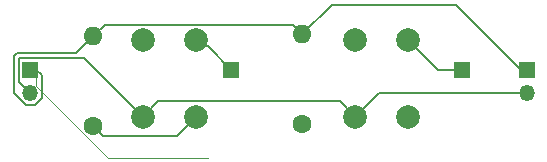
<source format=gbr>
%TF.GenerationSoftware,KiCad,Pcbnew,8.0.4*%
%TF.CreationDate,2024-08-25T20:43:33+02:00*%
%TF.ProjectId,PlayerMusic-VolumePCB,506c6179-6572-44d7-9573-69632d566f6c,rev?*%
%TF.SameCoordinates,Original*%
%TF.FileFunction,Copper,L2,Bot*%
%TF.FilePolarity,Positive*%
%FSLAX46Y46*%
G04 Gerber Fmt 4.6, Leading zero omitted, Abs format (unit mm)*
G04 Created by KiCad (PCBNEW 8.0.4) date 2024-08-25 20:43:33*
%MOMM*%
%LPD*%
G01*
G04 APERTURE LIST*
%TA.AperFunction,ComponentPad*%
%ADD10O,1.350000X1.350000*%
%TD*%
%TA.AperFunction,ComponentPad*%
%ADD11R,1.350000X1.350000*%
%TD*%
%TA.AperFunction,ComponentPad*%
%ADD12C,1.600000*%
%TD*%
%TA.AperFunction,ComponentPad*%
%ADD13O,1.600000X1.600000*%
%TD*%
%TA.AperFunction,ComponentPad*%
%ADD14C,2.000000*%
%TD*%
%TA.AperFunction,Conductor*%
%ADD15C,0.200000*%
%TD*%
%TA.AperFunction,Conductor*%
%ADD16C,0.000000*%
%TD*%
G04 APERTURE END LIST*
D10*
%TO.P,V/GND,2*%
%TO.N,+5V*%
X2500000Y-9000000D03*
D11*
%TO.P,V/GND,1*%
%TO.N,GND*%
X2500000Y-7000000D03*
%TD*%
D12*
%TO.P,R1,1*%
%TO.N,Net-(R1-Pad1)*%
X25500000Y-11620000D03*
D13*
%TO.P,R1,2*%
%TO.N,GND*%
X25500000Y-4000000D03*
%TD*%
D14*
%TO.P,SW1,1*%
%TO.N,+5V*%
X30000000Y-11000000D03*
X30000000Y-4500000D03*
%TO.P,SW1,2*%
%TO.N,Net-(R1-Pad1)*%
X34500000Y-11000000D03*
X34500000Y-4500000D03*
%TD*%
D11*
%TO.P,1,1*%
%TO.N,Net-(R1-Pad1)*%
X39000000Y-7000000D03*
%TD*%
D14*
%TO.P,SW2,1*%
%TO.N,+5V*%
X12000000Y-11000000D03*
X12000000Y-4500000D03*
%TO.P,SW2,2*%
%TO.N,Net-(R2-Pad1)*%
X16500000Y-11000000D03*
X16500000Y-4500000D03*
%TD*%
D13*
%TO.P,R2,2*%
%TO.N,GND*%
X7804999Y-4190000D03*
D12*
%TO.P,R2,1*%
%TO.N,Net-(R2-Pad1)*%
X7804999Y-11810000D03*
%TD*%
D11*
%TO.P,2,1*%
%TO.N,Net-(R2-Pad1)*%
X19500000Y-7000000D03*
%TD*%
%TO.P,V/GND,1*%
%TO.N,GND*%
X44500000Y-7000000D03*
D10*
%TO.P,V/GND,2*%
%TO.N,+5V*%
X44500000Y-9000000D03*
%TD*%
D15*
%TO.N,GND*%
X6369999Y-5625000D02*
X7804999Y-4190000D01*
X1359315Y-5625000D02*
X6369999Y-5625000D01*
X1125000Y-5859315D02*
X1359315Y-5625000D01*
X1125000Y-9003859D02*
X1125000Y-5859315D01*
X2903859Y-9975000D02*
X2096141Y-9975000D01*
X2096141Y-9975000D02*
X1125000Y-9003859D01*
X3475000Y-9403859D02*
X2903859Y-9975000D01*
X3000000Y-7000000D02*
X3475000Y-7475000D01*
X3475000Y-7475000D02*
X3475000Y-9403859D01*
X2500000Y-7000000D02*
X3000000Y-7000000D01*
%TO.N,+5V*%
X1525000Y-8025000D02*
X1525000Y-6025000D01*
X1525000Y-6025000D02*
X7025000Y-6025000D01*
X7025000Y-6025000D02*
X12000000Y-11000000D01*
X2500000Y-9000000D02*
X1525000Y-8025000D01*
D16*
%TO.N,GND*%
X3000000Y-8419215D02*
X9080785Y-14500000D01*
X3000000Y-7000000D02*
X3000000Y-8419215D01*
X9080785Y-14500000D02*
X17500000Y-14500000D01*
D15*
X28000000Y-1500000D02*
X25500000Y-4000000D01*
X44500000Y-7000000D02*
X44000000Y-7000000D01*
X8794999Y-3200000D02*
X7804999Y-4190000D01*
X25500000Y-4000000D02*
X24700000Y-3200000D01*
X38500000Y-1500000D02*
X28000000Y-1500000D01*
X24700000Y-3200000D02*
X8794999Y-3200000D01*
X44000000Y-7000000D02*
X38500000Y-1500000D01*
%TO.N,Net-(R1-Pad1)*%
X37000000Y-7000000D02*
X39000000Y-7000000D01*
X34500000Y-4500000D02*
X37000000Y-7000000D01*
%TO.N,Net-(R2-Pad1)*%
X16500000Y-4500000D02*
X17000000Y-5000000D01*
X17000000Y-5000000D02*
X17500000Y-5000000D01*
X14890001Y-12609999D02*
X8604998Y-12609999D01*
X8604998Y-12609999D02*
X7804999Y-11810000D01*
X16500000Y-11000000D02*
X14890001Y-12609999D01*
X17500000Y-5000000D02*
X19500000Y-7000000D01*
%TO.N,+5V*%
X32000000Y-9000000D02*
X30000000Y-11000000D01*
X30000000Y-11000000D02*
X28700000Y-9700000D01*
X28700000Y-9700000D02*
X13300000Y-9700000D01*
X13300000Y-9700000D02*
X12000000Y-11000000D01*
X44500000Y-9000000D02*
X32000000Y-9000000D01*
%TD*%
M02*

</source>
